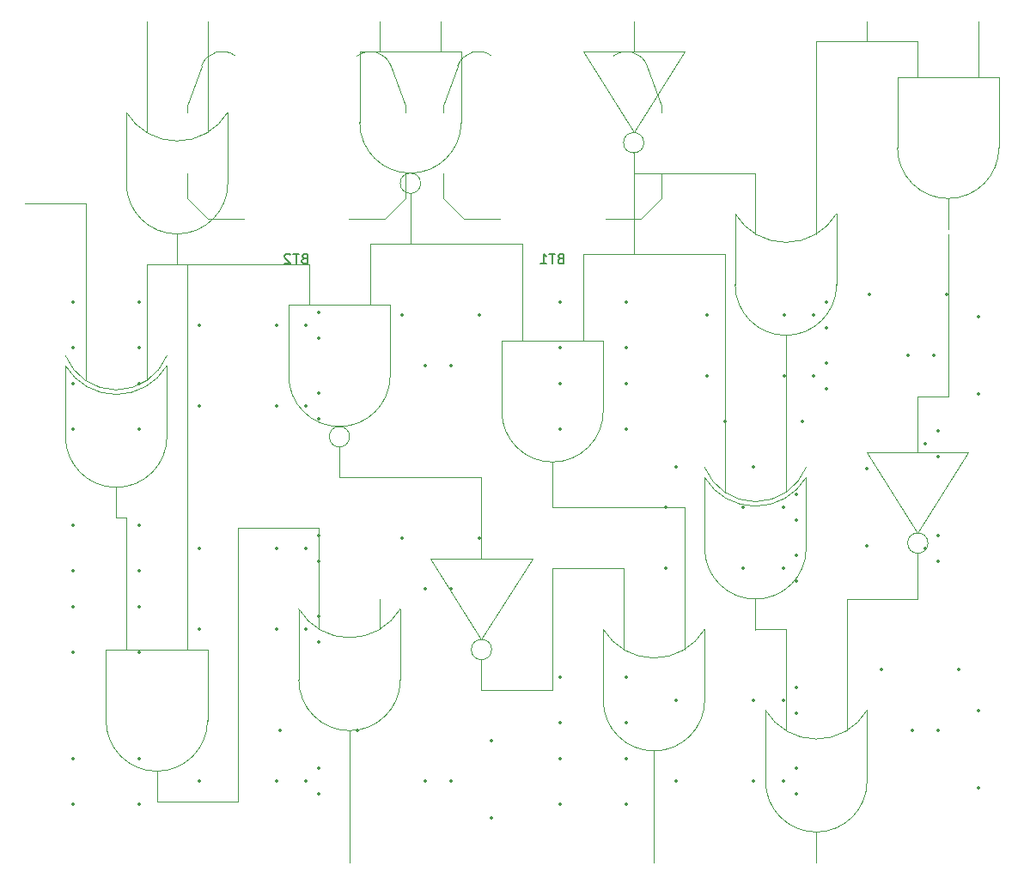
<source format=gbo>
%TF.GenerationSoftware,KiCad,Pcbnew,8.99.0-3415-g545c771fd6*%
%TF.CreationDate,2025-05-12T12:54:29+02:00*%
%TF.ProjectId,logic-solder,6c6f6769-632d-4736-9f6c-6465722e6b69,3*%
%TF.SameCoordinates,Original*%
%TF.FileFunction,Legend,Bot*%
%TF.FilePolarity,Positive*%
%FSLAX46Y46*%
G04 Gerber Fmt 4.6, Leading zero omitted, Abs format (unit mm)*
G04 Created by KiCad (PCBNEW 8.99.0-3415-g545c771fd6) date 2025-05-12 12:54:29*
%MOMM*%
%LPD*%
G01*
G04 APERTURE LIST*
%ADD10C,0.100000*%
%ADD11C,0.150000*%
%ADD12C,0.120000*%
%ADD13C,0.350000*%
G04 APERTURE END LIST*
D10*
X234000000Y-84000000D02*
X234000000Y-94000000D01*
X208000000Y-50000000D02*
X208000000Y-57000000D01*
X233000000Y-53000000D02*
G75*
G02*
X223000000Y-53000000I-5000000J0D01*
G01*
X228000000Y-87000000D02*
X228000000Y-94000000D01*
X231000000Y-45000000D02*
X231000000Y-48000000D01*
X186000000Y-30000000D02*
X186000000Y-37000000D01*
X188000000Y-27000000D02*
X188000000Y-30000000D01*
X213000000Y-50000000D02*
X208000000Y-50000000D01*
X205000000Y-75000000D02*
X218000000Y-75000000D01*
X159000000Y-59950000D02*
X159000000Y-45000000D01*
X187000000Y-52000000D02*
X187000000Y-49000000D01*
X171000000Y-35000000D02*
X171000000Y-38000000D01*
X169000000Y-86000000D02*
X169000000Y-89000000D01*
X244000000Y-64000000D02*
X241000000Y-64000000D01*
X166999998Y-61000000D02*
X167000000Y-68000000D01*
X198000000Y-93000000D02*
X205000000Y-93000000D01*
X198000000Y-90000000D02*
X198000000Y-93000000D01*
X241000000Y-29000000D02*
X241000000Y-30000000D01*
X162000000Y-76000000D02*
X163000000Y-76000000D01*
X165000000Y-60000000D02*
X165000000Y-62450000D01*
X241000000Y-84000000D02*
X234000000Y-84000000D01*
X228000000Y-58000000D02*
X228000000Y-61000000D01*
X249000000Y-32500000D02*
X249000000Y-39500000D01*
X192000000Y-43000000D02*
G75*
G02*
X190000000Y-43000000I-1000000J0D01*
G01*
X190000000Y-43000000D02*
G75*
G02*
X192000000Y-43000000I1000000J0D01*
G01*
X226000000Y-95000000D02*
X226000000Y-102000000D01*
X199000000Y-89000000D02*
G75*
G02*
X197000000Y-89000000I-1000000J0D01*
G01*
X197000000Y-89000000D02*
G75*
G02*
X199000000Y-89000000I1000000J0D01*
G01*
X189999998Y-85000000D02*
X190000000Y-92000000D01*
X220000000Y-94000000D02*
G75*
G02*
X210000000Y-94000000I-5000000J0D01*
G01*
X225000000Y-45000000D02*
X225000000Y-42000000D01*
X208000000Y-30000000D02*
X213000000Y-38000000D01*
X230000000Y-79025000D02*
G75*
G02*
X220000000Y-79025000I-5000000J0D01*
G01*
X205000000Y-93000000D02*
X205000000Y-81000000D01*
X174000000Y-104000000D02*
X174000000Y-77000000D01*
X218000000Y-75000000D02*
X218000000Y-86000000D01*
X200000000Y-58500000D02*
X200000000Y-65500000D01*
X231000000Y-45000000D02*
X231000000Y-29000000D01*
X241000000Y-64000000D02*
X241000000Y-66500000D01*
X228000000Y-71025000D02*
X228000000Y-73475000D01*
X241000000Y-82500000D02*
X241000000Y-84000000D01*
X166000000Y-101000000D02*
X166000000Y-104000000D01*
X236000000Y-69500000D02*
X241000000Y-77500000D01*
X196000000Y-37000000D02*
G75*
G02*
X186000000Y-37000000I-5000000J0D01*
G01*
X173000000Y-43000000D02*
G75*
G02*
X163000000Y-43000000I-5000000J0D01*
G01*
X241000000Y-66500000D02*
X241000000Y-69500000D01*
X215000000Y-99000000D02*
X215000000Y-102000000D01*
X220000000Y-72025000D02*
X220000000Y-79025000D01*
X167000000Y-60000000D02*
G75*
G02*
X157000000Y-60000000I-5000000J2000000D01*
G01*
X173000000Y-36000000D02*
G75*
G02*
X163000000Y-36000000I-5000000J3000000D01*
G01*
X190000000Y-92000000D02*
G75*
G02*
X180000000Y-92000000I-5000000J0D01*
G01*
X247000000Y-30000000D02*
X247000000Y-27000000D01*
X225000000Y-45000000D02*
X225000000Y-48000000D01*
X230000000Y-72025000D02*
G75*
G02*
X220000000Y-72025000I-5000000J3000000D01*
G01*
X219999998Y-87000000D02*
X220000000Y-94000000D01*
X249000000Y-32500000D02*
X239000000Y-32500000D01*
X225000000Y-84025000D02*
X225000000Y-87025000D01*
X161000000Y-89000000D02*
X161000000Y-96000000D01*
X189000000Y-55000000D02*
X189000000Y-62000000D01*
X171000000Y-89000000D02*
X171000000Y-96000000D01*
X232999998Y-46000000D02*
X233000000Y-53000000D01*
X196000000Y-30000000D02*
X196000000Y-37000000D01*
X210000000Y-87000000D02*
X210000000Y-94000000D01*
X162000000Y-73000000D02*
X162000000Y-76000000D01*
X167000000Y-61000000D02*
G75*
G02*
X157000000Y-61000000I-5000000J3000000D01*
G01*
X213000000Y-38000000D02*
X218000000Y-30000000D01*
X242000000Y-78500000D02*
G75*
G02*
X240000000Y-78500000I-1000000J0D01*
G01*
X240000000Y-78500000D02*
G75*
G02*
X242000000Y-78500000I1000000J0D01*
G01*
X215000000Y-102000000D02*
X215000000Y-110000000D01*
X187000000Y-49000000D02*
X191000000Y-49000000D01*
X239000000Y-32500000D02*
X239000000Y-39500000D01*
X220000000Y-87000000D02*
G75*
G02*
X210000000Y-87000000I-5000000J3000000D01*
G01*
X165000000Y-51000000D02*
X165000000Y-60000000D01*
X222000000Y-70975000D02*
X222000000Y-73475000D01*
X203000000Y-80000000D02*
X193000000Y-80000000D01*
X182000000Y-77000000D02*
X182000000Y-84000000D01*
X212000000Y-86000000D02*
X212000000Y-89000000D01*
X159000000Y-59950000D02*
X159000000Y-62450000D01*
X228000000Y-61000000D02*
X228000000Y-71000000D01*
X157000000Y-61000000D02*
X157000000Y-68000000D01*
X241000000Y-79500000D02*
X241000000Y-82500000D01*
X205000000Y-70500000D02*
X205000000Y-73500000D01*
X189000000Y-55000000D02*
X179000000Y-55000000D01*
X213000000Y-40000000D02*
X213000000Y-43000000D01*
X229999998Y-72025000D02*
X230000000Y-79025000D01*
X225000000Y-87000000D02*
X228000000Y-87000000D01*
X249000000Y-39500000D02*
G75*
G02*
X239000000Y-39500000I-5000000J0D01*
G01*
X185000000Y-97000000D02*
X185000000Y-100000000D01*
X172999998Y-36000000D02*
X173000000Y-43000000D01*
X184000000Y-72000000D02*
X198000000Y-72000000D01*
X213000000Y-50000000D02*
X222000000Y-50000000D01*
X188000000Y-84000000D02*
X188000000Y-87000000D01*
X191000000Y-49000000D02*
X202000000Y-49000000D01*
X210000000Y-65500000D02*
G75*
G02*
X200000000Y-65500000I-5000000J0D01*
G01*
X168000000Y-48000000D02*
X168000000Y-51000000D01*
X181000000Y-52000000D02*
X181000000Y-55000000D01*
X181000000Y-51000000D02*
X168000000Y-51000000D01*
X180000000Y-85000000D02*
X180000000Y-92000000D01*
X171000000Y-89000000D02*
X161000000Y-89000000D01*
X182000000Y-84000000D02*
X182000000Y-87000000D01*
X218000000Y-30000000D02*
X208000000Y-30000000D01*
X163000000Y-76000000D02*
X163000000Y-87500000D01*
X210000000Y-58500000D02*
X200000000Y-58500000D01*
X190000000Y-85000000D02*
G75*
G02*
X180000000Y-85000000I-5000000J3000000D01*
G01*
X165000000Y-35000000D02*
X165000000Y-27000000D01*
X163000000Y-36000000D02*
X163000000Y-43000000D01*
X210000000Y-58500000D02*
X210000000Y-65500000D01*
X231000000Y-29000000D02*
X241000000Y-29000000D01*
X187000000Y-52000000D02*
X187000000Y-55000000D01*
X165000000Y-35000000D02*
X165000000Y-38000000D01*
X198000000Y-77000000D02*
X198000000Y-80000000D01*
X236000000Y-102000000D02*
G75*
G02*
X226000000Y-102000000I-5000000J0D01*
G01*
X218000000Y-86000000D02*
X218000000Y-89000000D01*
X222000000Y-50000000D02*
X222000000Y-71000000D01*
X202000000Y-49000000D02*
X202000000Y-57000000D01*
X189000000Y-62000000D02*
G75*
G02*
X179000000Y-62000000I-5000000J0D01*
G01*
X191000000Y-44000000D02*
X191000000Y-47000000D01*
X166000000Y-104000000D02*
X174000000Y-104000000D01*
X244000000Y-48000000D02*
X244000000Y-64000000D01*
X208000000Y-55500000D02*
X208000000Y-58500000D01*
X235999998Y-95000000D02*
X236000000Y-102000000D01*
X231000000Y-107000000D02*
X231000000Y-110000000D01*
X246000000Y-69500000D02*
X236000000Y-69500000D01*
X179000000Y-55000000D02*
X179000000Y-62000000D01*
X241000000Y-29500000D02*
X241000000Y-32500000D01*
X169000000Y-86000000D02*
X169000000Y-51000000D01*
X213000000Y-27000000D02*
X213000000Y-30000000D01*
X171000000Y-35000000D02*
X171000000Y-27000000D01*
X225000000Y-42000000D02*
X213000000Y-42000000D01*
X223000000Y-46000000D02*
X223000000Y-53000000D01*
X233000000Y-46000000D02*
G75*
G02*
X223000000Y-46000000I-5000000J3000000D01*
G01*
X214000000Y-39000000D02*
G75*
G02*
X212000000Y-39000000I-1000000J0D01*
G01*
X212000000Y-39000000D02*
G75*
G02*
X214000000Y-39000000I1000000J0D01*
G01*
X247000000Y-29500000D02*
X247000000Y-32500000D01*
X185000000Y-100000000D02*
X185000000Y-110000000D01*
X168000000Y-51000000D02*
X165000000Y-51000000D01*
X198000000Y-88000000D02*
X203000000Y-80000000D01*
X236000000Y-95000000D02*
G75*
G02*
X226000000Y-95000000I-5000000J3000000D01*
G01*
X181000000Y-52000000D02*
X181000000Y-51000000D01*
X230000000Y-71025000D02*
G75*
G02*
X220000000Y-71025000I-5000000J2000000D01*
G01*
X234000000Y-94000000D02*
X234000000Y-97000000D01*
X205000000Y-73500000D02*
X205000000Y-75000000D01*
X236000000Y-29000000D02*
X236000000Y-27000000D01*
X194000000Y-27000000D02*
X194000000Y-30000000D01*
X163000000Y-86000000D02*
X163000000Y-89000000D01*
X244000000Y-44500000D02*
X244000000Y-47500000D01*
X228000000Y-94000000D02*
X228000000Y-97000000D01*
X184000000Y-69000000D02*
X184000000Y-72000000D01*
X198000000Y-72000000D02*
X198000000Y-77000000D01*
X191000000Y-49000000D02*
X191000000Y-47000000D01*
X167000000Y-68000000D02*
G75*
G02*
X157000000Y-68000000I-5000000J0D01*
G01*
X174000000Y-77000000D02*
X182000000Y-77000000D01*
X185000000Y-68000000D02*
G75*
G02*
X183000000Y-68000000I-1000000J0D01*
G01*
X183000000Y-68000000D02*
G75*
G02*
X185000000Y-68000000I1000000J0D01*
G01*
X205000000Y-81000000D02*
X212000000Y-81000000D01*
X159000000Y-45000000D02*
X153000000Y-45000000D01*
X212000000Y-81000000D02*
X212000000Y-86000000D01*
X241000000Y-77500000D02*
X246000000Y-69500000D01*
X202000000Y-55500000D02*
X202000000Y-58500000D01*
X213000000Y-43000000D02*
X213000000Y-50000000D01*
X196000000Y-30000000D02*
X186000000Y-30000000D01*
X193000000Y-80000000D02*
X198000000Y-88000000D01*
X171000000Y-96000000D02*
G75*
G02*
X161000000Y-96000000I-5000000J0D01*
G01*
D11*
X205785714Y-50431009D02*
X205642857Y-50478628D01*
X205642857Y-50478628D02*
X205595238Y-50526247D01*
X205595238Y-50526247D02*
X205547619Y-50621485D01*
X205547619Y-50621485D02*
X205547619Y-50764342D01*
X205547619Y-50764342D02*
X205595238Y-50859580D01*
X205595238Y-50859580D02*
X205642857Y-50907200D01*
X205642857Y-50907200D02*
X205738095Y-50954819D01*
X205738095Y-50954819D02*
X206119047Y-50954819D01*
X206119047Y-50954819D02*
X206119047Y-49954819D01*
X206119047Y-49954819D02*
X205785714Y-49954819D01*
X205785714Y-49954819D02*
X205690476Y-50002438D01*
X205690476Y-50002438D02*
X205642857Y-50050057D01*
X205642857Y-50050057D02*
X205595238Y-50145295D01*
X205595238Y-50145295D02*
X205595238Y-50240533D01*
X205595238Y-50240533D02*
X205642857Y-50335771D01*
X205642857Y-50335771D02*
X205690476Y-50383390D01*
X205690476Y-50383390D02*
X205785714Y-50431009D01*
X205785714Y-50431009D02*
X206119047Y-50431009D01*
X205261904Y-49954819D02*
X204690476Y-49954819D01*
X204976190Y-50954819D02*
X204976190Y-49954819D01*
X203833333Y-50954819D02*
X204404761Y-50954819D01*
X204119047Y-50954819D02*
X204119047Y-49954819D01*
X204119047Y-49954819D02*
X204214285Y-50097676D01*
X204214285Y-50097676D02*
X204309523Y-50192914D01*
X204309523Y-50192914D02*
X204404761Y-50240533D01*
X180535714Y-50431010D02*
X180392857Y-50478629D01*
X180392857Y-50478629D02*
X180345238Y-50526248D01*
X180345238Y-50526248D02*
X180297619Y-50621486D01*
X180297619Y-50621486D02*
X180297619Y-50764343D01*
X180297619Y-50764343D02*
X180345238Y-50859581D01*
X180345238Y-50859581D02*
X180392857Y-50907201D01*
X180392857Y-50907201D02*
X180488095Y-50954820D01*
X180488095Y-50954820D02*
X180869047Y-50954820D01*
X180869047Y-50954820D02*
X180869047Y-49954820D01*
X180869047Y-49954820D02*
X180535714Y-49954820D01*
X180535714Y-49954820D02*
X180440476Y-50002439D01*
X180440476Y-50002439D02*
X180392857Y-50050058D01*
X180392857Y-50050058D02*
X180345238Y-50145296D01*
X180345238Y-50145296D02*
X180345238Y-50240534D01*
X180345238Y-50240534D02*
X180392857Y-50335772D01*
X180392857Y-50335772D02*
X180440476Y-50383391D01*
X180440476Y-50383391D02*
X180535714Y-50431010D01*
X180535714Y-50431010D02*
X180869047Y-50431010D01*
X180011904Y-49954820D02*
X179440476Y-49954820D01*
X179726190Y-50954820D02*
X179726190Y-49954820D01*
X179154761Y-50050058D02*
X179107142Y-50002439D01*
X179107142Y-50002439D02*
X179011904Y-49954820D01*
X179011904Y-49954820D02*
X178773809Y-49954820D01*
X178773809Y-49954820D02*
X178678571Y-50002439D01*
X178678571Y-50002439D02*
X178630952Y-50050058D01*
X178630952Y-50050058D02*
X178583333Y-50145296D01*
X178583333Y-50145296D02*
X178583333Y-50240534D01*
X178583333Y-50240534D02*
X178630952Y-50383391D01*
X178630952Y-50383391D02*
X179202380Y-50954820D01*
X179202380Y-50954820D02*
X178583333Y-50954820D01*
D12*
%TO.C,BT1*%
X194220000Y-35370000D02*
X195660000Y-31420000D01*
X194220000Y-36000000D02*
X194220000Y-35370000D01*
X194220000Y-44460000D02*
X194220000Y-42000000D01*
X196300000Y-46540000D02*
X194220000Y-44460000D01*
X199800000Y-46540000D02*
X196300000Y-46540000D01*
X213700000Y-46540000D02*
X210200000Y-46540000D01*
X213700000Y-46540000D02*
X215780000Y-44460000D01*
X215780000Y-35370000D02*
X214340000Y-31420000D01*
X215780000Y-36000000D02*
X215780000Y-35370000D01*
X215780000Y-44460000D02*
X215780000Y-42000000D01*
X195660000Y-31420000D02*
G75*
G02*
X198996646Y-30433470I2030000J-730001D01*
G01*
X211000000Y-30450000D02*
G75*
G02*
X214325243Y-31411831I1310000J-1700000D01*
G01*
%TO.C,BT2*%
X168970000Y-35370001D02*
X170410000Y-31420001D01*
X168970000Y-36000001D02*
X168970000Y-35370001D01*
X168970000Y-44460001D02*
X168970000Y-42000001D01*
X171050000Y-46540001D02*
X168970000Y-44460001D01*
X174550000Y-46540001D02*
X171050000Y-46540001D01*
X188450000Y-46540001D02*
X184950000Y-46540001D01*
X188450000Y-46540001D02*
X190530000Y-44460001D01*
X190530000Y-35370001D02*
X189090000Y-31420001D01*
X190530000Y-36000001D02*
X190530000Y-35370001D01*
X190530000Y-44460001D02*
X190530000Y-42000001D01*
X170410000Y-31420001D02*
G75*
G02*
X173746646Y-30433471I2030000J-730001D01*
G01*
X185750000Y-30450001D02*
G75*
G02*
X189075243Y-31411832I1310000J-1700000D01*
G01*
%TD*%
D13*
X229620000Y-66500000D03*
X222000000Y-66500000D03*
X199000000Y-105620000D03*
X199000000Y-98000000D03*
X192460000Y-102000000D03*
X195000000Y-102000000D03*
X232000000Y-60730000D03*
X230730000Y-62000000D03*
X232000000Y-63270000D03*
X243000000Y-67460000D03*
X241730000Y-68730000D03*
X243000000Y-70000000D03*
X229000000Y-73730000D03*
X227730000Y-75000000D03*
X229000000Y-76270000D03*
X243000000Y-77730000D03*
X241730000Y-79000000D03*
X243000000Y-80270000D03*
X243810000Y-54000000D03*
X236190000Y-54000000D03*
X227810000Y-56000000D03*
X220190000Y-56000000D03*
X227810000Y-62000000D03*
X220190000Y-62000000D03*
X177810000Y-79000000D03*
X170190000Y-79000000D03*
X197810000Y-78000000D03*
X190190000Y-78000000D03*
X177810000Y-87000000D03*
X170190000Y-87000000D03*
X223810000Y-75000000D03*
X216190000Y-75000000D03*
X236000000Y-78810000D03*
X236000000Y-71190000D03*
X223810000Y-81000000D03*
X216190000Y-81000000D03*
X217190000Y-71000000D03*
X224810000Y-71000000D03*
X237380000Y-91000000D03*
X245000000Y-91000000D03*
X178190000Y-97000000D03*
X185810000Y-97000000D03*
X224810000Y-94000000D03*
X217190000Y-94000000D03*
X177810000Y-102000000D03*
X170190000Y-102000000D03*
X205750000Y-62750000D03*
X212250000Y-62750000D03*
X205750000Y-67250000D03*
X212250000Y-67250000D03*
X157750000Y-76750000D03*
X164250000Y-76750000D03*
X157750000Y-81250000D03*
X164250000Y-81250000D03*
X157750000Y-84750000D03*
X164250000Y-84750000D03*
X157750000Y-89250000D03*
X164250000Y-89250000D03*
X205750000Y-91750000D03*
X212250000Y-91750000D03*
X205750000Y-96250000D03*
X212250000Y-96250000D03*
X157750000Y-99750000D03*
X164250000Y-99750000D03*
X157750000Y-104250000D03*
X164250000Y-104250000D03*
X205750000Y-99750000D03*
X212250000Y-99750000D03*
X205750000Y-104250000D03*
X212250000Y-104250000D03*
X195000000Y-83000000D03*
X192460000Y-83000000D03*
X232000000Y-57270000D03*
X230730000Y-56000000D03*
X232000000Y-54730000D03*
X240000000Y-60000000D03*
X242540000Y-60000000D03*
X182000000Y-58270000D03*
X180730000Y-57000000D03*
X182000000Y-55730000D03*
X195000000Y-61000000D03*
X192460000Y-61000000D03*
X182000000Y-80270000D03*
X180730000Y-79000000D03*
X182000000Y-77730000D03*
X190190000Y-56000000D03*
X197810000Y-56000000D03*
X243000000Y-97000000D03*
X240460000Y-97000000D03*
X229000000Y-103270000D03*
X227730000Y-102000000D03*
X229000000Y-100730000D03*
X164250000Y-67250000D03*
X157750000Y-67250000D03*
X164250000Y-62750000D03*
X157750000Y-62750000D03*
X247000000Y-56190000D03*
X247000000Y-63810000D03*
X229000000Y-82270000D03*
X227730000Y-81000000D03*
X229000000Y-79730000D03*
X182000000Y-88270000D03*
X180730000Y-87000000D03*
X182000000Y-85730000D03*
X170190000Y-65000000D03*
X177810000Y-65000000D03*
X229000000Y-95270000D03*
X227730000Y-94000000D03*
X229000000Y-92730000D03*
X182000000Y-103270000D03*
X180730000Y-102000000D03*
X182000000Y-100730000D03*
X212250000Y-59250000D03*
X205750000Y-59250000D03*
X212250000Y-54750000D03*
X205750000Y-54750000D03*
X164250000Y-59250000D03*
X157750000Y-59250000D03*
X164250000Y-54750000D03*
X157750000Y-54750000D03*
X182000000Y-66270000D03*
X180730000Y-65000000D03*
X182000000Y-63730000D03*
X170190000Y-57000000D03*
X177810000Y-57000000D03*
X217190000Y-102000000D03*
X224810000Y-102000000D03*
X247000000Y-102620000D03*
X247000000Y-95000000D03*
M02*

</source>
